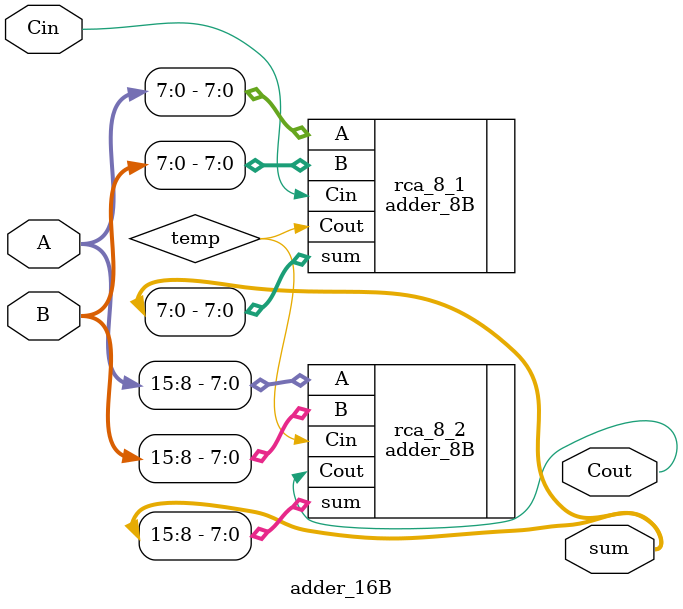
<source format=v>
`timescale 1ns / 1ps

// 16-bit Ripple Carry Adder
module adder_16B(sum, Cout, A, B, Cin);
	// Input / Output ports
	input[15:0] A, B;
	input Cin; 
	output[15:0] sum;
	output Cout;
	
	// intermediary wire
	wire temp;
	
	// Instantiate 2 8-bit RCAs
	adder_8B rca_8_1(.Cin(Cin), .A(A[7:0]), .B(B[7:0]), .Cout(temp), .sum(sum[7:0]));
	adder_8B rca_8_2(.Cin(temp), .A(A[15:8]), .B(B[15:8]), .Cout(Cout), .sum(sum[15:8]));

endmodule

</source>
